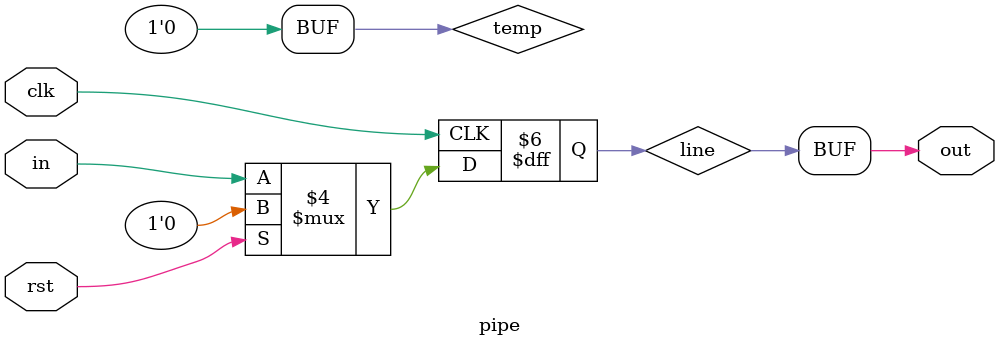
<source format=sv>
`default_nettype none
module pipe #(
    LENGTH = 1
) (
    input  wire  clk,
    input  wire  rst,
    input  wire  in,
    output logic out
);

  logic [LENGTH-1:0] line;

  logic temp;
  assign out  = line[LENGTH-1];
  assign temp = line << 1;

  always_ff @(posedge clk) begin
    if (rst) begin
      line <= 0;
    end else begin
      line <= {temp[LENGTH-1:1], in};
    end
  end
endmodule
`default_nettype wire

</source>
